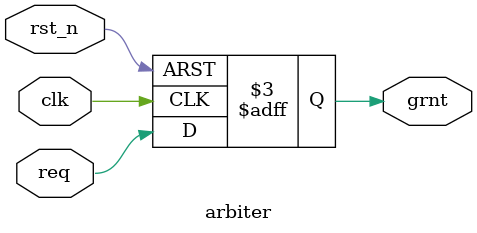
<source format=sv>
module arbiter(req, grnt, clk, rst_n);
  parameter int MAX_REQ = 1;
  
  input [MAX_REQ - 1:0] req;
  input  clk;
  input  rst_n;
  output [MAX_REQ - 1:0] grnt;
  
  reg [MAX_REQ - 1:0] grnt;
  
  always@(posedge clk or negedge rst_n) begin
    if(rst_n == 'b0) begin
      grnt <= '0;
    end 
    else begin
      grnt <= req;
    end
    
  end
endmodule : arbiter
</source>
